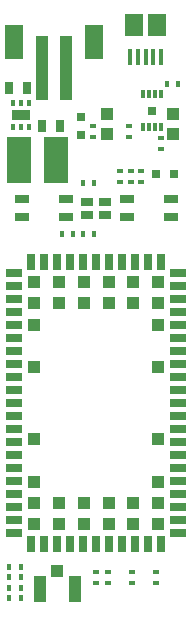
<source format=gtp>
G75*
%MOIN*%
%OFA0B0*%
%FSLAX25Y25*%
%IPPOS*%
%LPD*%
%AMOC8*
5,1,8,0,0,1.08239X$1,22.5*
%
%ADD10R,0.01575X0.05315*%
%ADD11R,0.05906X0.07480*%
%ADD12R,0.04921X0.02559*%
%ADD13R,0.03150X0.03150*%
%ADD14R,0.02400X0.01800*%
%ADD15R,0.04134X0.08661*%
%ADD16R,0.03937X0.04134*%
%ADD17R,0.01800X0.02400*%
%ADD18R,0.02756X0.05512*%
%ADD19R,0.05512X0.02756*%
%ADD20R,0.03937X0.03937*%
%ADD21R,0.03937X0.03150*%
%ADD22R,0.06299X0.11811*%
%ADD23R,0.03937X0.21654*%
%ADD24R,0.02800X0.04100*%
%ADD25R,0.01181X0.03150*%
%ADD26R,0.02600X0.02600*%
%ADD27R,0.03937X0.04331*%
%ADD28R,0.06299X0.03543*%
%ADD29R,0.01181X0.02362*%
%ADD30R,0.07874X0.15748*%
D10*
X0089045Y0187969D03*
X0091604Y0187969D03*
X0094163Y0187969D03*
X0096723Y0187969D03*
X0099282Y0187969D03*
D11*
X0098100Y0198500D03*
X0090226Y0198461D03*
D12*
X0087782Y0140551D03*
X0087782Y0134449D03*
X0102545Y0134449D03*
X0102545Y0140551D03*
X0067545Y0140551D03*
X0067545Y0134449D03*
X0052782Y0134449D03*
X0052782Y0140551D03*
D13*
X0072663Y0162047D03*
X0072663Y0167953D03*
X0097711Y0149000D03*
X0103616Y0149000D03*
D14*
X0092663Y0149900D03*
X0089163Y0149900D03*
X0085663Y0149900D03*
X0085663Y0146100D03*
X0089163Y0146100D03*
X0092663Y0146100D03*
X0099163Y0157100D03*
X0099163Y0160900D03*
X0088663Y0161100D03*
X0088663Y0164900D03*
X0076663Y0164900D03*
X0076663Y0161100D03*
X0077663Y0016400D03*
X0081663Y0016400D03*
X0089663Y0016400D03*
X0089663Y0012600D03*
X0081663Y0012600D03*
X0077663Y0012600D03*
X0097663Y0012600D03*
X0097663Y0016400D03*
D15*
X0070471Y0010500D03*
X0058856Y0010500D03*
D16*
X0064663Y0016514D03*
D17*
X0048763Y0007500D03*
X0052563Y0007500D03*
X0052563Y0011000D03*
X0052563Y0014500D03*
X0048763Y0014500D03*
X0048763Y0011000D03*
X0048763Y0018000D03*
X0052563Y0018000D03*
X0066263Y0129000D03*
X0070063Y0129000D03*
X0073263Y0129000D03*
X0077063Y0129000D03*
X0077063Y0146000D03*
X0073263Y0146000D03*
X0101263Y0179000D03*
X0105063Y0179000D03*
D18*
X0099317Y0119547D03*
X0094986Y0119547D03*
X0090656Y0119547D03*
X0086325Y0119547D03*
X0081994Y0119547D03*
X0077663Y0119547D03*
X0073333Y0119547D03*
X0069002Y0119547D03*
X0064671Y0119547D03*
X0060341Y0119547D03*
X0056010Y0119547D03*
X0056010Y0025453D03*
X0060341Y0025453D03*
X0064671Y0025453D03*
X0069002Y0025453D03*
X0073333Y0025453D03*
X0077663Y0025453D03*
X0081994Y0025453D03*
X0086325Y0025453D03*
X0090656Y0025453D03*
X0094986Y0025453D03*
X0099317Y0025453D03*
D19*
X0105026Y0029193D03*
X0105026Y0033524D03*
X0105026Y0037854D03*
X0105026Y0042185D03*
X0105026Y0046516D03*
X0105026Y0050846D03*
X0105026Y0055177D03*
X0105026Y0059508D03*
X0105026Y0063839D03*
X0105026Y0068169D03*
X0105026Y0072500D03*
X0105026Y0076831D03*
X0105026Y0081161D03*
X0105026Y0085492D03*
X0105026Y0089823D03*
X0105026Y0094154D03*
X0105026Y0098484D03*
X0105026Y0102815D03*
X0105026Y0107146D03*
X0105026Y0111476D03*
X0105026Y0115807D03*
X0050301Y0115807D03*
X0050301Y0111476D03*
X0050301Y0107146D03*
X0050301Y0102815D03*
X0050301Y0098484D03*
X0050301Y0094154D03*
X0050301Y0089823D03*
X0050301Y0085492D03*
X0050301Y0081161D03*
X0050301Y0076831D03*
X0050301Y0072500D03*
X0050301Y0068169D03*
X0050301Y0063839D03*
X0050301Y0059508D03*
X0050301Y0055177D03*
X0050301Y0050846D03*
X0050301Y0046516D03*
X0050301Y0042185D03*
X0050301Y0037854D03*
X0050301Y0033524D03*
X0050301Y0029193D03*
D20*
X0056994Y0032146D03*
X0065262Y0032146D03*
X0073530Y0032146D03*
X0081797Y0032146D03*
X0090065Y0032146D03*
X0098333Y0032146D03*
X0098333Y0039232D03*
X0090065Y0039232D03*
X0081797Y0039232D03*
X0073530Y0039232D03*
X0065262Y0039232D03*
X0056994Y0039232D03*
X0056994Y0046319D03*
X0056994Y0060492D03*
X0098333Y0060492D03*
X0098333Y0046319D03*
X0098333Y0084508D03*
X0098333Y0098681D03*
X0098333Y0105768D03*
X0090065Y0105768D03*
X0081797Y0105768D03*
X0073530Y0105768D03*
X0065262Y0105768D03*
X0056994Y0105768D03*
X0056994Y0112854D03*
X0065262Y0112854D03*
X0073530Y0112854D03*
X0081797Y0112854D03*
X0090065Y0112854D03*
X0098333Y0112854D03*
X0056994Y0098681D03*
X0056994Y0084508D03*
D21*
X0074711Y0135335D03*
X0080616Y0135335D03*
X0080616Y0139665D03*
X0074711Y0139665D03*
D22*
X0077049Y0193063D03*
X0050278Y0193063D03*
D23*
X0059726Y0184126D03*
X0067600Y0184126D03*
D24*
X0054604Y0177524D03*
X0048704Y0177524D03*
X0059693Y0165019D03*
X0065593Y0165019D03*
D25*
X0093211Y0164488D03*
X0095179Y0164488D03*
X0097148Y0164488D03*
X0099116Y0164488D03*
X0099116Y0175512D03*
X0097148Y0175512D03*
X0095179Y0175512D03*
X0093211Y0175512D03*
D26*
X0096163Y0170000D03*
D27*
X0103163Y0168846D03*
X0103163Y0162154D03*
X0081163Y0162154D03*
X0081163Y0168846D03*
D28*
X0052663Y0168500D03*
D29*
X0052663Y0164563D03*
X0050104Y0164563D03*
X0055223Y0164563D03*
X0055223Y0172437D03*
X0052663Y0172437D03*
X0050104Y0172437D03*
D30*
X0052052Y0153525D03*
X0064257Y0153525D03*
M02*

</source>
